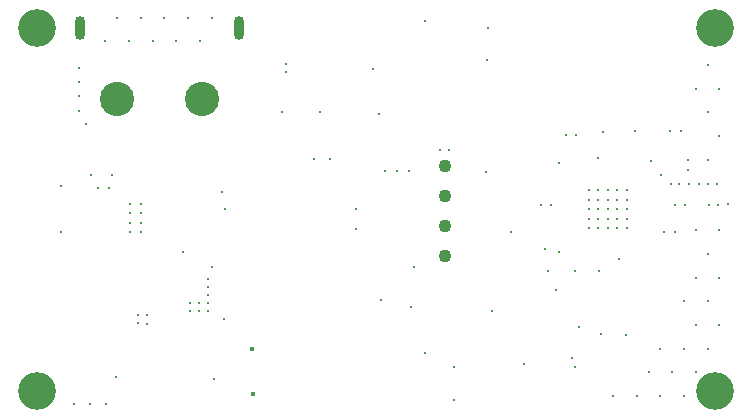
<source format=gbr>
%TF.GenerationSoftware,Altium Limited,Altium Designer,24.1.2 (44)*%
G04 Layer_Color=0*
%FSLAX45Y45*%
%MOMM*%
%TF.SameCoordinates,DF2DA703-92E4-466D-A55C-C96BEC28C730*%
%TF.FilePolarity,Positive*%
%TF.FileFunction,Plated,1,2,PTH,Drill*%
%TF.Part,Single*%
G01*
G75*
%TA.AperFunction,ComponentDrill*%
%ADD81C,2.90000*%
%ADD82O,0.90000X2.00000*%
%ADD83C,1.10000*%
%TA.AperFunction,OtherDrill,Pad Free-6 (64.575mm,83.2mm)*%
%ADD84C,3.20000*%
%TA.AperFunction,OtherDrill,Pad Free-6 (122mm,83.2mm)*%
%ADD85C,3.20000*%
%TA.AperFunction,OtherDrill,Pad Free-6 (122mm,52.5mm)*%
%ADD86C,3.20000*%
%TA.AperFunction,OtherDrill,Pad Free-6 (64.575mm,52.5mm)*%
%ADD87C,3.20000*%
%TA.AperFunction,ViaDrill,NotFilled*%
%ADD88C,0.30000*%
%ADD89C,0.40000*%
D81*
X7137500Y7725000D02*
D03*
X7857500D02*
D03*
D82*
X8172500Y8325000D02*
D03*
X6822500D02*
D03*
D83*
X9912500Y7159000D02*
D03*
Y6905000D02*
D03*
Y6651000D02*
D03*
Y6397000D02*
D03*
D84*
X6457500Y8320000D02*
D03*
D85*
X12200000D02*
D03*
D86*
Y5250000D02*
D03*
D87*
X6457500D02*
D03*
D88*
X9407500Y7115000D02*
D03*
X9507500D02*
D03*
X9607500Y7112500D02*
D03*
X9160000Y6622500D02*
D03*
X11771373Y6598013D02*
D03*
X11861862Y6599135D02*
D03*
X7390000Y5892500D02*
D03*
X7317500D02*
D03*
X7910000Y6067500D02*
D03*
Y6135000D02*
D03*
Y6202500D02*
D03*
X8045000Y5860000D02*
D03*
X7390000Y5820000D02*
D03*
X7315000Y5822500D02*
D03*
X7910000Y5925000D02*
D03*
X7832500Y5927500D02*
D03*
X7757500D02*
D03*
X7910000Y6000000D02*
D03*
X7832500D02*
D03*
X7757500D02*
D03*
X9647500Y6297500D02*
D03*
X10260000Y7105000D02*
D03*
X10475000Y6593190D02*
D03*
X9951235Y7289792D02*
D03*
X9871814Y7288374D02*
D03*
X10725000Y6827500D02*
D03*
X10814447Y6823110D02*
D03*
X11212217Y6950566D02*
D03*
X11292500D02*
D03*
X11372783D02*
D03*
X11131934D02*
D03*
X11453067D02*
D03*
X11131934Y6629433D02*
D03*
Y6870283D02*
D03*
Y6790000D02*
D03*
Y6709717D02*
D03*
X11212217Y6629433D02*
D03*
Y6870283D02*
D03*
Y6790000D02*
D03*
Y6709717D02*
D03*
X11292500Y6629433D02*
D03*
Y6870283D02*
D03*
Y6790000D02*
D03*
Y6709717D02*
D03*
X11372783Y6629433D02*
D03*
Y6870283D02*
D03*
Y6790000D02*
D03*
Y6709717D02*
D03*
X11453067Y6629433D02*
D03*
Y6870283D02*
D03*
Y6790000D02*
D03*
Y6709717D02*
D03*
X7127500Y5370000D02*
D03*
X8052500Y6790000D02*
D03*
X7342500Y6835000D02*
D03*
Y6755000D02*
D03*
X7245000Y6835000D02*
D03*
X6971580Y6972756D02*
D03*
X7065397Y6973229D02*
D03*
X7245000Y6595000D02*
D03*
X7342500D02*
D03*
X7245000Y6675000D02*
D03*
Y6755000D02*
D03*
X7342500Y6675000D02*
D03*
X12307500Y6830000D02*
D03*
X12237505Y7410005D02*
D03*
X12218633Y7003632D02*
D03*
X9157500Y6787500D02*
D03*
X7037502Y8210006D02*
D03*
X7237502D02*
D03*
X7137502Y8410006D02*
D03*
X7437503Y8210006D02*
D03*
X7337502Y8410006D02*
D03*
X7637503Y8210006D02*
D03*
X7537503Y8410006D02*
D03*
X7837503Y8210006D02*
D03*
X7737503Y8410006D02*
D03*
X7937503D02*
D03*
X8537503Y7610006D02*
D03*
X11337505Y5210004D02*
D03*
X11537505D02*
D03*
X11637505Y5410004D02*
D03*
X11737505Y5210004D02*
D03*
X11837505Y5410004D02*
D03*
X11737505Y5610005D02*
D03*
X11937505Y5210004D02*
D03*
X12037505Y5410004D02*
D03*
X11937505Y5610005D02*
D03*
X12037505Y5810005D02*
D03*
X11937505Y6010005D02*
D03*
X12037505Y6210005D02*
D03*
Y6610005D02*
D03*
Y7810006D02*
D03*
X12137505Y5610005D02*
D03*
X12237505Y5810005D02*
D03*
X12137505Y6010005D02*
D03*
X12237505Y6210005D02*
D03*
X12137505Y6410005D02*
D03*
X12237505Y6610005D02*
D03*
X12137505Y7210005D02*
D03*
Y7610006D02*
D03*
X12237505Y7810006D02*
D03*
X12137505Y8010006D02*
D03*
X11897500Y7000000D02*
D03*
X10582500Y5477500D02*
D03*
X7940000Y6302500D02*
D03*
X11215000Y6262500D02*
D03*
X6812500Y7982500D02*
D03*
X6877500Y7507500D02*
D03*
X6812500Y7622500D02*
D03*
Y7752500D02*
D03*
Y7870000D02*
D03*
X11254800Y7444800D02*
D03*
X11204800Y7220000D02*
D03*
X9627500Y5962500D02*
D03*
X6772500Y5140000D02*
D03*
X6907500Y5142500D02*
D03*
X7040000Y5140000D02*
D03*
X10852500Y6110000D02*
D03*
X10882500Y6425000D02*
D03*
X11050000Y5790000D02*
D03*
X10307500Y5927500D02*
D03*
X9372500Y6020000D02*
D03*
X11445000Y5722500D02*
D03*
X11234414Y5730585D02*
D03*
X10990000Y5532500D02*
D03*
X11385000Y6367500D02*
D03*
X10882500Y7185000D02*
D03*
X11745000Y7077500D02*
D03*
X7697500Y6425000D02*
D03*
X8025390Y6932262D02*
D03*
X9987187Y5453977D02*
D03*
X11012760Y6267573D02*
D03*
X10787939Y6268479D02*
D03*
X10757570Y6454770D02*
D03*
X10937312Y7421647D02*
D03*
X11023288Y7422144D02*
D03*
X11908993Y7454198D02*
D03*
X11821775Y7455514D02*
D03*
X9741115Y8381918D02*
D03*
X6664067Y6984967D02*
D03*
X7091317Y7078111D02*
D03*
X6912499Y7075416D02*
D03*
X12142040Y7003632D02*
D03*
X12062500Y7002500D02*
D03*
X11977500Y7000000D02*
D03*
X11825000D02*
D03*
X11865000Y6827500D02*
D03*
X11945000D02*
D03*
X12147500D02*
D03*
X12227500D02*
D03*
X11968433Y7204867D02*
D03*
X11969390Y7117776D02*
D03*
X11654912Y7198252D02*
D03*
X9306464Y7974332D02*
D03*
X9356690Y7596448D02*
D03*
X6662500Y6597500D02*
D03*
X8565452Y8023530D02*
D03*
X8564114Y7952825D02*
D03*
X8853464Y7616006D02*
D03*
X8943309Y7212689D02*
D03*
X8805212D02*
D03*
X7958751Y5355353D02*
D03*
X9746166Y5573900D02*
D03*
X9988800Y5175484D02*
D03*
X11015959Y5450561D02*
D03*
X10272500Y8050000D02*
D03*
X10274946Y8325000D02*
D03*
X11519486Y7448609D02*
D03*
D89*
X8287500Y5222500D02*
D03*
X8280000Y5605000D02*
D03*
%TF.MD5,457febff42cda2c7e40e04bf110b00bf*%
M02*

</source>
